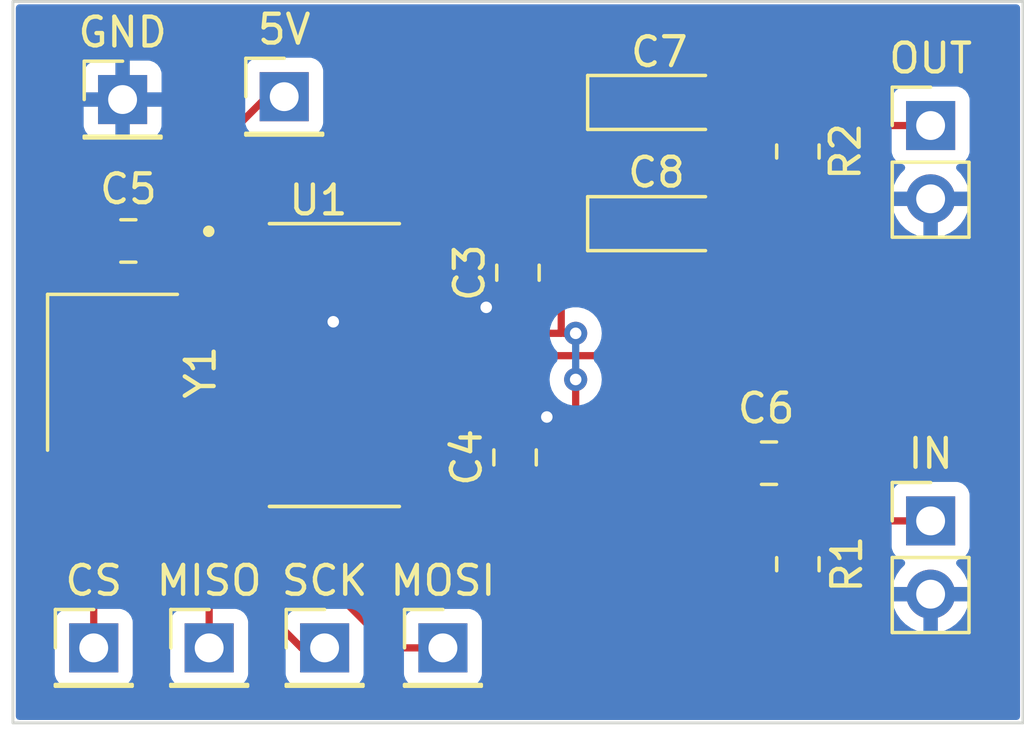
<source format=kicad_pcb>
(kicad_pcb (version 20221018) (generator pcbnew)
  (layers (0 "F.Cu" signal) (31 "B.Cu" signal) (34 "B.Paste" user) (35 "F.Paste" user) (36 "B.SilkS" user "B.Silkscreen") (37 "F.SilkS" user "F.Silkscreen") (38 "B.Mask" user) (39 "F.Mask" user) (44 "Edge.Cuts" user))
  (net 0 "")
  (net 1 "XTAL1")
  (net 2 "GND")
  (net 3 "XTAL2")
  (net 4 "5V")
  (net 5 "Net-(J8-Pin_1)")
  (net 6 "VIN")
  (net 7 "Net-(J9-Pin_1)")
  (net 8 "VOUT")
  (net 9 "Net-(C7-Pad2)")
  (net 13 "SAG")
  (net 15 "MISO")
  (net 16 "MOSI")
  (net 17 "SCK")
  (net 18 "CS")
  (footprint "Connector_PinHeader_2.54mm:PinHeader_1x01_P2.54mm_Vertical" (layer "F.Cu") (at 150.3 99.2)
    (fp_text reference "SCK" (at 0 -2.33) (layer "F.SilkS"))
    (fp_text value "SCK")
    (fp_line (start -1.33 -1.33) (end 0 -1.33) (stroke (width 0.12)) (layer "F.SilkS"))
    (fp_line (start -1.33 0) (end -1.33 -1.33) (stroke (width 0.12)) (layer "F.SilkS"))
    (fp_line (start -1.33 1.27) (end -1.33 1.33) (stroke (width 0.12)) (layer "F.SilkS"))
    (fp_line (start -1.33 1.27) (end 1.33 1.27) (stroke (width 0.12)) (layer "F.SilkS"))
    (fp_line (start -1.33 1.33) (end 1.33 1.33) (stroke (width 0.12)) (layer "F.SilkS"))
    (fp_line (start 1.33 1.27) (end 1.33 1.33) (stroke (width 0.12)) (layer "F.SilkS"))
    (pad "1" thru_hole rect (at 0 0) (size 1.7 1.7) (drill 1) (layers "*.Cu" "*.Mask") (net 17 "SCK"))
  )
  (footprint "Connector_PinHeader_2.54mm:PinHeader_1x01_P2.54mm_Vertical" (layer "F.Cu") (at 142.3 99.2)
    (fp_text reference "CS" (at 0 -2.33) (layer "F.SilkS"))
    (fp_text value "CS")
    (fp_line (start -1.33 -1.33) (end 0 -1.33) (stroke (width 0.12)) (layer "F.SilkS"))
    (fp_line (start -1.33 0) (end -1.33 -1.33) (stroke (width 0.12)) (layer "F.SilkS"))
    (fp_line (start -1.33 1.27) (end -1.33 1.33) (stroke (width 0.12)) (layer "F.SilkS"))
    (fp_line (start -1.33 1.27) (end 1.33 1.27) (stroke (width 0.12)) (layer "F.SilkS"))
    (fp_line (start -1.33 1.33) (end 1.33 1.33) (stroke (width 0.12)) (layer "F.SilkS"))
    (fp_line (start 1.33 1.27) (end 1.33 1.33) (stroke (width 0.12)) (layer "F.SilkS"))
    (pad "1" thru_hole rect (at 0 0) (size 1.7 1.7) (drill 1) (layers "*.Cu" "*.Mask") (net 18 "CS"))
  )
  (footprint "Capacitor_SMD:C_0805_2012Metric_Pad1.18x1.45mm_HandSolder" (layer "F.Cu") (at 156.9 92.6 90)
    (fp_text reference "C4" (at 0 -1.68 90) (layer "F.SilkS"))
    (fp_text value "100nF")
    (fp_line (start -0.261252 -0.735) (end 0.261252 -0.735) (stroke (width 0.12)) (layer "F.SilkS"))
    (fp_line (start -0.261252 0.735) (end 0.261252 0.735) (stroke (width 0.12)) (layer "F.SilkS"))
    (pad "1" smd roundrect (at -1.0375 0 90) (size 1.175 1.45) (layers "F.Cu" "F.Paste" "F.Mask") (roundrect_rratio 0.212766) (net 4 "5V"))
    (pad "2" smd roundrect (at 1.0375 0 90) (size 1.175 1.45) (layers "F.Cu" "F.Paste" "F.Mask") (roundrect_rratio 0.212766) (net 2 "GND"))
  )
  (footprint "Connector_PinHeader_2.54mm:PinHeader_1x01_P2.54mm_Vertical" (layer "F.Cu") (at 146.3 99.2)
    (fp_text reference "MISO" (at 0 -2.33) (layer "F.SilkS"))
    (fp_text value "MISO")
    (fp_line (start -1.33 -1.33) (end 0 -1.33) (stroke (width 0.12)) (layer "F.SilkS"))
    (fp_line (start -1.33 0) (end -1.33 -1.33) (stroke (width 0.12)) (layer "F.SilkS"))
    (fp_line (start -1.33 1.27) (end -1.33 1.33) (stroke (width 0.12)) (layer "F.SilkS"))
    (fp_line (start -1.33 1.27) (end 1.33 1.27) (stroke (width 0.12)) (layer "F.SilkS"))
    (fp_line (start -1.33 1.33) (end 1.33 1.33) (stroke (width 0.12)) (layer "F.SilkS"))
    (fp_line (start 1.33 1.27) (end 1.33 1.33) (stroke (width 0.12)) (layer "F.SilkS"))
    (pad "1" thru_hole rect (at 0 0) (size 1.7 1.7) (drill 1) (layers "*.Cu" "*.Mask") (net 15 "MISO"))
  )
  (footprint "Connector_PinHeader_2.54mm:PinHeader_1x01_P2.54mm_Vertical" (layer "F.Cu") (at 148.9 80.1)
    (fp_text reference "5V" (at 0 -2.33) (layer "F.SilkS"))
    (fp_text value "5V")
    (fp_line (start -1.33 -1.33) (end 0 -1.33) (stroke (width 0.12)) (layer "F.SilkS"))
    (fp_line (start -1.33 0) (end -1.33 -1.33) (stroke (width 0.12)) (layer "F.SilkS"))
    (fp_line (start -1.33 1.27) (end -1.33 1.33) (stroke (width 0.12)) (layer "F.SilkS"))
    (fp_line (start -1.33 1.27) (end 1.33 1.27) (stroke (width 0.12)) (layer "F.SilkS"))
    (fp_line (start -1.33 1.33) (end 1.33 1.33) (stroke (width 0.12)) (layer "F.SilkS"))
    (fp_line (start 1.33 1.27) (end 1.33 1.33) (stroke (width 0.12)) (layer "F.SilkS"))
    (pad "1" thru_hole rect (at 0 0) (size 1.7 1.7) (drill 1) (layers "*.Cu" "*.Mask") (net 4 "5V"))
  )
  (footprint "Connector_PinHeader_2.54mm:PinHeader_1x02_P2.54mm_Vertical" (layer "F.Cu") (at 171.3 81.1)
    (fp_text reference "OUT" (at 0 -2.33) (layer "F.SilkS"))
    (fp_text value "VOUT")
    (fp_line (start -1.33 -1.33) (end 0 -1.33) (stroke (width 0.12)) (layer "F.SilkS"))
    (fp_line (start -1.33 0) (end -1.33 -1.33) (stroke (width 0.12)) (layer "F.SilkS"))
    (fp_line (start -1.33 1.27) (end -1.33 3.87) (stroke (width 0.12)) (layer "F.SilkS"))
    (fp_line (start -1.33 1.27) (end 1.33 1.27) (stroke (width 0.12)) (layer "F.SilkS"))
    (fp_line (start -1.33 3.87) (end 1.33 3.87) (stroke (width 0.12)) (layer "F.SilkS"))
    (fp_line (start 1.33 1.27) (end 1.33 3.87) (stroke (width 0.12)) (layer "F.SilkS"))
    (pad "1" thru_hole rect (at 0 0) (size 1.7 1.7) (drill 1) (layers "*.Cu" "*.Mask") (net 7 "Net-(J9-Pin_1)"))
    (pad "2" thru_hole oval (at 0 2.54) (size 1.7 1.7) (drill 1) (layers "*.Cu" "*.Mask") (net 2 "GND"))
  )
  (footprint "Connector_PinHeader_2.54mm:PinHeader_1x02_P2.54mm_Vertical" (layer "F.Cu") (at 171.3 94.8)
    (fp_text reference "IN" (at 0 -2.33) (layer "F.SilkS"))
    (fp_text value "VIN")
    (fp_line (start -1.33 -1.33) (end 0 -1.33) (stroke (width 0.12)) (layer "F.SilkS"))
    (fp_line (start -1.33 0) (end -1.33 -1.33) (stroke (width 0.12)) (layer "F.SilkS"))
    (fp_line (start -1.33 1.27) (end -1.33 3.87) (stroke (width 0.12)) (layer "F.SilkS"))
    (fp_line (start -1.33 1.27) (end 1.33 1.27) (stroke (width 0.12)) (layer "F.SilkS"))
    (fp_line (start -1.33 3.87) (end 1.33 3.87) (stroke (width 0.12)) (layer "F.SilkS"))
    (fp_line (start 1.33 1.27) (end 1.33 3.87) (stroke (width 0.12)) (layer "F.SilkS"))
    (pad "1" thru_hole rect (at 0 0) (size 1.7 1.7) (drill 1) (layers "*.Cu" "*.Mask") (net 5 "Net-(J8-Pin_1)"))
    (pad "2" thru_hole oval (at 0 2.54) (size 1.7 1.7) (drill 1) (layers "*.Cu" "*.Mask") (net 2 "GND"))
  )
  (footprint "Capacitor_SMD:C_0805_2012Metric_Pad1.18x1.45mm_HandSolder" (layer "F.Cu") (at 157 86.2 90)
    (fp_text reference "C3" (at 0 -1.68 90) (layer "F.SilkS"))
    (fp_text value "100nF")
    (fp_line (start -0.261252 -0.735) (end 0.261252 -0.735) (stroke (width 0.12)) (layer "F.SilkS"))
    (fp_line (start -0.261252 0.735) (end 0.261252 0.735) (stroke (width 0.12)) (layer "F.SilkS"))
    (pad "1" smd roundrect (at -1.0375 0 90) (size 1.175 1.45) (layers "F.Cu" "F.Paste" "F.Mask") (roundrect_rratio 0.212766) (net 2 "GND"))
    (pad "2" smd roundrect (at 1.0375 0 90) (size 1.175 1.45) (layers "F.Cu" "F.Paste" "F.Mask") (roundrect_rratio 0.212766) (net 4 "5V"))
  )
  (footprint "Capacitor_SMD:C_0805_2012Metric_Pad1.18x1.45mm_HandSolder" (layer "F.Cu") (at 165.7 92.8)
    (fp_text reference "C6" (at -0.1 -1.9) (layer "F.SilkS"))
    (fp_text value "100nF")
    (fp_line (start -0.261252 -0.735) (end 0.261252 -0.735) (stroke (width 0.12)) (layer "F.SilkS"))
    (fp_line (start -0.261252 0.735) (end 0.261252 0.735) (stroke (width 0.12)) (layer "F.SilkS"))
    (pad "1" smd roundrect (at -1.0375 0) (size 1.175 1.45) (layers "F.Cu" "F.Paste" "F.Mask") (roundrect_rratio 0.212766) (net 6 "VIN"))
    (pad "2" smd roundrect (at 1.0375 0) (size 1.175 1.45) (layers "F.Cu" "F.Paste" "F.Mask") (roundrect_rratio 0.212766) (net 5 "Net-(J8-Pin_1)"))
  )
  (footprint "Resistor_SMD:R_0805_2012Metric_Pad1.20x1.40mm_HandSolder" (layer "F.Cu") (at 166.7 82 -90)
    (fp_text reference "R2" (at 0 -1.65 90) (layer "F.SilkS"))
    (fp_text value "75")
    (fp_line (start -0.227064 -0.735) (end 0.227064 -0.735) (stroke (width 0.12)) (layer "F.SilkS"))
    (fp_line (start -0.227064 0.735) (end 0.227064 0.735) (stroke (width 0.12)) (layer "F.SilkS"))
    (pad "1" smd roundrect (at -1 0 270) (size 1.2 1.4) (layers "F.Cu" "F.Paste" "F.Mask") (roundrect_rratio 0.208333) (net 9 "Net-(C7-Pad2)"))
    (pad "2" smd roundrect (at 1 0 270) (size 1.2 1.4) (layers "F.Cu" "F.Paste" "F.Mask") (roundrect_rratio 0.208333) (net 7 "Net-(J9-Pin_1)"))
  )
  (footprint "Capacitor_SMD:C_0805_2012Metric_Pad1.18x1.45mm_HandSolder" (layer "F.Cu") (at 143.5 85.1 180)
    (fp_text reference "C5" (at 0 1.8) (layer "F.SilkS"))
    (fp_text value "100nF")
    (fp_line (start -0.261252 -0.735) (end 0.261252 -0.735) (stroke (width 0.12)) (layer "F.SilkS"))
    (fp_line (start -0.261252 0.735) (end 0.261252 0.735) (stroke (width 0.12)) (layer "F.SilkS"))
    (pad "1" smd roundrect (at -1.0375 0 180) (size 1.175 1.45) (layers "F.Cu" "F.Paste" "F.Mask") (roundrect_rratio 0.212766) (net 4 "5V"))
    (pad "2" smd roundrect (at 1.0375 0 180) (size 1.175 1.45) (layers "F.Cu" "F.Paste" "F.Mask") (roundrect_rratio 0.212766) (net 2 "GND"))
  )
  (footprint "Crystal:Crystal_SMD_3225-4Pin_3.2x2.5mm_HandSoldering" (layer "F.Cu") (at 142.95 89.65 -90)
    (fp_text reference "Y1" (at 0 -3.05 90) (layer "F.SilkS"))
    (fp_text value "27MHZ")
    (fp_line (start -2.7 -2.25) (end -2.7 2.25) (stroke (width 0.12)) (layer "F.SilkS"))
    (fp_line (start -2.7 2.25) (end 2.7 2.25) (stroke (width 0.12)) (layer "F.SilkS"))
    (pad "1" smd rect (at -1.45 1.15 270) (size 2.1 1.8) (layers "F.Cu" "F.Paste" "F.Mask") (net 1 "XTAL1"))
    (pad "2" smd rect (at 1.45 1.15 270) (size 2.1 1.8) (layers "F.Cu" "F.Paste" "F.Mask"))
    (pad "3" smd rect (at 1.45 -1.15 270) (size 2.1 1.8) (layers "F.Cu" "F.Paste" "F.Mask") (net 3 "XTAL2"))
    (pad "4" smd rect (at -1.45 -1.15 270) (size 2.1 1.8) (layers "F.Cu" "F.Paste" "F.Mask"))
  )
  (footprint "Capacitor_Tantalum_SMD:CP_EIA-3216-18_Kemet-A_Pad1.58x1.35mm_HandSolder" (layer "F.Cu") (at 161.9 80.3)
    (fp_text reference "C7" (at 0 -1.75) (layer "F.SilkS"))
    (fp_text value "47uF")
    (fp_line (start -2.485 -0.935) (end -2.485 0.935) (stroke (width 0.12)) (layer "F.SilkS"))
    (fp_line (start -2.485 0.935) (end 1.6 0.935) (stroke (width 0.12)) (layer "F.SilkS"))
    (fp_line (start 1.6 -0.935) (end -2.485 -0.935) (stroke (width 0.12)) (layer "F.SilkS"))
    (pad "1" smd roundrect (at -1.4375 0) (size 1.575 1.35) (layers "F.Cu" "F.Paste" "F.Mask") (roundrect_rratio 0.185185) (net 8 "VOUT"))
    (pad "2" smd roundrect (at 1.4375 0) (size 1.575 1.35) (layers "F.Cu" "F.Paste" "F.Mask") (roundrect_rratio 0.185185) (net 9 "Net-(C7-Pad2)"))
  )
  (footprint "Resistor_SMD:R_0805_2012Metric_Pad1.20x1.40mm_HandSolder" (layer "F.Cu") (at 166.7 96.3 90)
    (fp_text reference "R1" (at 0 1.7 90) (layer "F.SilkS"))
    (fp_text value "75")
    (fp_line (start -0.227064 -0.735) (end 0.227064 -0.735) (stroke (width 0.12)) (layer "F.SilkS"))
    (fp_line (start -0.227064 0.735) (end 0.227064 0.735) (stroke (width 0.12)) (layer "F.SilkS"))
    (pad "1" smd roundrect (at -1 0 90) (size 1.2 1.4) (layers "F.Cu" "F.Paste" "F.Mask") (roundrect_rratio 0.208333) (net 2 "GND"))
    (pad "2" smd roundrect (at 1 0 90) (size 1.2 1.4) (layers "F.Cu" "F.Paste" "F.Mask") (roundrect_rratio 0.208333) (net 5 "Net-(J8-Pin_1)"))
  )
  (footprint "MAX7456:SOP65P637X110-28N" (layer "F.Cu") (at 150.64 89.4)
    (fp_text reference "U1" (at -0.555 -5.712) (layer "F.SilkS"))
    (fp_text value "MAX7456EUI+")
    (fp_line (start -2.25 -4.9) (end 2.25 -4.9) (stroke (width 0.127)) (layer "F.SilkS"))
    (fp_line (start -2.25 4.9) (end 2.25 4.9) (stroke (width 0.127)) (layer "F.SilkS"))
    (fp_circle (center -4.355 -4.635) (end -4.255 -4.635) (stroke (width 0.2)) (fill none) (layer "F.SilkS"))
    (pad "1" smd roundrect (at -2.875 -4.225) (size 1.48 0.41) (layers "F.Cu" "F.Paste" "F.Mask") (roundrect_rratio 0.05))
    (pad "2" smd roundrect (at -2.875 -3.575) (size 1.48 0.41) (layers "F.Cu" "F.Paste" "F.Mask") (roundrect_rratio 0.05))
    (pad "3" smd roundrect (at -2.875 -2.925) (size 1.48 0.41) (layers "F.Cu" "F.Paste" "F.Mask") (roundrect_rratio 0.05) (net 4 "5V"))
    (pad "4" smd roundrect (at -2.875 -2.275) (size 1.48 0.41) (layers "F.Cu" "F.Paste" "F.Mask") (roundrect_rratio 0.05) (net 2 "GND"))
    (pad "5" smd roundrect (at -2.875 -1.625) (size 1.48 0.41) (layers "F.Cu" "F.Paste" "F.Mask") (roundrect_rratio 0.05) (net 1 "XTAL1"))
    (pad "6" smd roundrect (at -2.875 -0.975) (size 1.48 0.41) (layers "F.Cu" "F.Paste" "F.Mask") (roundrect_rratio 0.05) (net 3 "XTAL2"))
    (pad "7" smd roundrect (at -2.875 -0.325) (size 1.48 0.41) (layers "F.Cu" "F.Paste" "F.Mask") (roundrect_rratio 0.05))
    (pad "8" smd roundrect (at -2.875 0.325) (size 1.48 0.41) (layers "F.Cu" "F.Paste" "F.Mask") (roundrect_rratio 0.05) (net 18 "CS"))
    (pad "9" smd roundrect (at -2.875 0.975) (size 1.48 0.41) (layers "F.Cu" "F.Paste" "F.Mask") (roundrect_rratio 0.05) (net 15 "MISO"))
    (pad "10" smd roundrect (at -2.875 1.625) (size 1.48 0.41) (layers "F.Cu" "F.Paste" "F.Mask") (roundrect_rratio 0.05) (net 17 "SCK"))
    (pad "11" smd roundrect (at -2.875 2.275) (size 1.48 0.41) (layers "F.Cu" "F.Paste" "F.Mask") (roundrect_rratio 0.05) (net 16 "MOSI"))
    (pad "12" smd roundrect (at -2.875 2.925) (size 1.48 0.41) (layers "F.Cu" "F.Paste" "F.Mask") (roundrect_rratio 0.05))
    (pad "13" smd roundrect (at -2.875 3.575) (size 1.48 0.41) (layers "F.Cu" "F.Paste" "F.Mask") (roundrect_rratio 0.05))
    (pad "14" smd roundrect (at -2.875 4.225) (size 1.48 0.41) (layers "F.Cu" "F.Paste" "F.Mask") (roundrect_rratio 0.05))
    (pad "15" smd roundrect (at 2.875 4.225) (size 1.48 0.41) (layers "F.Cu" "F.Paste" "F.Mask") (roundrect_rratio 0.05))
    (pad "16" smd roundrect (at 2.875 3.575) (size 1.48 0.41) (layers "F.Cu" "F.Paste" "F.Mask") (roundrect_rratio 0.05))
    (pad "17" smd roundrect (at 2.875 2.925) (size 1.48 0.41) (layers "F.Cu" "F.Paste" "F.Mask") (roundrect_rratio 0.05))
    (pad "18" smd roundrect (at 2.875 2.275) (size 1.48 0.41) (layers "F.Cu" "F.Paste" "F.Mask") (roundrect_rratio 0.05))
    (pad "19" smd roundrect (at 2.875 1.625) (size 1.48 0.41) (layers "F.Cu" "F.Paste" "F.Mask") (roundrect_rratio 0.05) (net 4 "5V"))
    (pad "20" smd roundrect (at 2.875 0.975) (size 1.48 0.41) (layers "F.Cu" "F.Paste" "F.Mask") (roundrect_rratio 0.05) (net 2 "GND"))
    (pad "21" smd roundrect (at 2.875 0.325) (size 1.48 0.41) (layers "F.Cu" "F.Paste" "F.Mask") (roundrect_rratio 0.05) (net 4 "5V"))
    (pad "22" smd roundrect (at 2.875 -0.325) (size 1.48 0.41) (layers "F.Cu" "F.Paste" "F.Mask") (roundrect_rratio 0.05) (net 6 "VIN"))
    (pad "23" smd roundrect (at 2.875 -0.975) (size 1.48 0.41) (layers "F.Cu" "F.Paste" "F.Mask") (roundrect_rratio 0.05) (net 2 "GND"))
    (pad "24" smd roundrect (at 2.875 -1.625) (size 1.48 0.41) (layers "F.Cu" "F.Paste" "F.Mask") (roundrect_rratio 0.05) (net 4 "5V"))
    (pad "25" smd roundrect (at 2.875 -2.275) (size 1.48 0.41) (layers "F.Cu" "F.Paste" "F.Mask") (roundrect_rratio 0.05) (net 13 "SAG"))
    (pad "26" smd roundrect (at 2.875 -2.925) (size 1.48 0.41) (layers "F.Cu" "F.Paste" "F.Mask") (roundrect_rratio 0.05) (net 8 "VOUT"))
    (pad "27" smd roundrect (at 2.875 -3.575) (size 1.48 0.41) (layers "F.Cu" "F.Paste" "F.Mask") (roundrect_rratio 0.05))
    (pad "28" smd roundrect (at 2.875 -4.225) (size 1.48 0.41) (layers "F.Cu" "F.Paste" "F.Mask") (roundrect_rratio 0.05))
  )
  (footprint "Connector_PinHeader_2.54mm:PinHeader_1x01_P2.54mm_Vertical" (layer "F.Cu") (at 143.3 80.2)
    (fp_text reference "GND" (at 0 -2.33) (layer "F.SilkS"))
    (fp_text value "GND")
    (fp_line (start -1.33 -1.33) (end 0 -1.33) (stroke (width 0.12)) (layer "F.SilkS"))
    (fp_line (start -1.33 0) (end -1.33 -1.33) (stroke (width 0.12)) (layer "F.SilkS"))
    (fp_line (start -1.33 1.27) (end -1.33 1.33) (stroke (width 0.12)) (layer "F.SilkS"))
    (fp_line (start -1.33 1.27) (end 1.33 1.27) (stroke (width 0.12)) (layer "F.SilkS"))
    (fp_line (start -1.33 1.33) (end 1.33 1.33) (stroke (width 0.12)) (layer "F.SilkS"))
    (fp_line (start 1.33 1.27) (end 1.33 1.33) (stroke (width 0.12)) (layer "F.SilkS"))
    (pad "1" thru_hole rect (at 0 0) (size 1.7 1.7) (drill 1) (layers "*.Cu" "*.Mask") (net 2 "GND"))
  )
  (footprint "Connector_PinHeader_2.54mm:PinHeader_1x01_P2.54mm_Vertical" (layer "F.Cu") (at 154.4 99.2)
    (fp_text reference "MOSI" (at 0 -2.33) (layer "F.SilkS"))
    (fp_text value "MOSI")
    (fp_line (start -1.33 -1.33) (end 0 -1.33) (stroke (width 0.12)) (layer "F.SilkS"))
    (fp_line (start -1.33 0) (end -1.33 -1.33) (stroke (width 0.12)) (layer "F.SilkS"))
    (fp_line (start -1.33 1.27) (end -1.33 1.33) (stroke (width 0.12)) (layer "F.SilkS"))
    (fp_line (start -1.33 1.27) (end 1.33 1.27) (stroke (width 0.12)) (layer "F.SilkS"))
    (fp_line (start -1.33 1.33) (end 1.33 1.33) (stroke (width 0.12)) (layer "F.SilkS"))
    (fp_line (start 1.33 1.27) (end 1.33 1.33) (stroke (width 0.12)) (layer "F.SilkS"))
    (pad "1" thru_hole rect (at 0 0) (size 1.7 1.7) (drill 1) (layers "*.Cu" "*.Mask") (net 16 "MOSI"))
  )
  (footprint "Capacitor_Tantalum_SMD:CP_EIA-3216-18_Kemet-A_Pad1.58x1.35mm_HandSolder" (layer "F.Cu") (at 161.9 84.5)
    (fp_text reference "C8" (at -0.1 -1.775) (layer "F.SilkS"))
    (fp_text value "47uF")
    (fp_line (start -2.485 -0.935) (end -2.485 0.935) (stroke (width 0.12)) (layer "F.SilkS"))
    (fp_line (start -2.485 0.935) (end 1.6 0.935) (stroke (width 0.12)) (layer "F.SilkS"))
    (fp_line (start 1.6 -0.935) (end -2.485 -0.935) (stroke (width 0.12)) (layer "F.SilkS"))
    (pad "1" smd roundrect (at -1.4375 0) (size 1.575 1.35) (layers "F.Cu" "F.Paste" "F.Mask") (roundrect_rratio 0.185185) (net 13 "SAG"))
    (pad "2" smd roundrect (at 1.4375 0) (size 1.575 1.35) (layers "F.Cu" "F.Paste" "F.Mask") (roundrect_rratio 0.185185) (net 9 "Net-(C7-Pad2)"))
  )
  (gr_rect (start 139.5 76.8) (end 174.5 101.8) (stroke (width 0.1)) (fill none) (layer "Edge.Cuts"))
  (segment (start 145.2 86.7) (end 146.275 87.775) (width 0.25) (layer "F.Cu") (net 1))
  (segment (start 146.275 87.775) (end 147.765 87.775) (width 0.25) (layer "F.Cu") (net 1))
  (segment (start 141.8 88.2) (end 141.8 88.05) (width 0.25) (layer "F.Cu") (net 1))
  (segment (start 141.8 88.05) (end 143.15 86.7) (width 0.25) (layer "F.Cu") (net 1))
  (segment (start 143.15 86.7) (end 145.2 86.7) (width 0.25) (layer "F.Cu") (net 1))
  (segment (start 143.3 84.2625) (end 143.3 80.2) (width 0.25) (layer "F.Cu") (net 2))
  (segment (start 156.0625 87.2375) (end 155.9 87.4) (width 0.25) (layer "F.Cu") (net 2))
  (segment (start 156.9 91.5625) (end 157.6375 91.5625) (width 0.25) (layer "F.Cu") (net 2))
  (segment (start 152.772389 90.375) (end 150.6 88.202611) (width 0.25) (layer "F.Cu") (net 2))
  (segment (start 157 87.2375) (end 156.0625 87.2375) (width 0.25) (layer "F.Cu") (net 2))
  (segment (start 142.4625 85.1) (end 143.3 84.2625) (width 0.25) (layer "F.Cu") (net 2))
  (segment (start 147.765 87.125) (end 149.825 87.125) (width 0.25) (layer "F.Cu") (net 2))
  (segment (start 153.515 90.375) (end 152.772389 90.375) (width 0.25) (layer "F.Cu") (net 2))
  (segment (start 166.74 97.34) (end 166.7 97.3) (width 0.25) (layer "F.Cu") (net 2))
  (segment (start 171.3 97.34) (end 166.74 97.34) (width 0.25) (layer "F.Cu") (net 2))
  (segment (start 150.6 88.202611) (end 150.6 87.9) (width 0.25) (layer "F.Cu") (net 2))
  (segment (start 149.825 87.125) (end 150.6 87.9) (width 0.25) (layer "F.Cu") (net 2))
  (segment (start 151.125 88.425) (end 150.6 87.9) (width 0.25) (layer "F.Cu") (net 2))
  (segment (start 157.6375 91.5625) (end 158 91.2) (width 0.25) (layer "F.Cu") (net 2))
  (segment (start 153.515 88.425) (end 151.125 88.425) (width 0.25) (layer "F.Cu") (net 2))
  (via (at 150.6 87.9) (size 0.8) (drill 0.4) (layers "F.Cu" "B.Cu") (net 2))
  (via (at 155.9 87.4) (size 0.8) (drill 0.4) (layers "F.Cu" "B.Cu") (net 2))
  (via (at 158 91.2) (size 0.8) (drill 0.4) (layers "F.Cu" "B.Cu") (net 2))
  (segment (start 155.9 87.4) (end 151.1 87.4) (width 0.25) (layer "B.Cu") (net 2))
  (segment (start 151.1 87.4) (end 150.6 87.9) (width 0.25) (layer "B.Cu") (net 2))
  (segment (start 145.6 89.6) (end 145.6 88.4) (width 0.25) (layer "F.Cu") (net 3))
  (segment (start 147.74 88.4) (end 147.765 88.425) (width 0.25) (layer "F.Cu") (net 3))
  (segment (start 144.1 91.1) (end 145.6 89.6) (width 0.25) (layer "F.Cu") (net 3))
  (segment (start 145.6 88.4) (end 147.74 88.4) (width 0.25) (layer "F.Cu") (net 3))
  (segment (start 158.0625 85.1625) (end 158.5 85.6) (width 0.25) (layer "F.Cu") (net 4))
  (segment (start 159 93.1) (end 159 89.9) (width 0.25) (layer "F.Cu") (net 4))
  (segment (start 159 88.3) (end 158.6 88.3) (width 0.25) (layer "F.Cu") (net 4))
  (segment (start 154.782611 88.3) (end 154.257611 87.775) (width 0.25) (layer "F.Cu") (net 4))
  (segment (start 148.3 80.1) (end 148.9 80.1) (width 0.25) (layer "F.Cu") (net 4))
  (segment (start 158.4625 93.6375) (end 159 93.1) (width 0.25) (layer "F.Cu") (net 4))
  (segment (start 157 85.1625) (end 158.0625 85.1625) (width 0.25) (layer "F.Cu") (net 4))
  (segment (start 152.772389 87.775) (end 151.472389 86.475) (width 0.25) (layer "F.Cu") (net 4))
  (segment (start 154.325 89.725) (end 155.65 91.05) (width 0.25) (layer "F.Cu") (net 4))
  (segment (start 155.65 91.05) (end 155.65 93.25) (width 0.25) (layer "F.Cu") (net 4))
  (segment (start 158.6 88.3) (end 158.5 88.2) (width 0.25) (layer "F.Cu") (net 4))
  (segment (start 158.5 88.3) (end 154.782611 88.3) (width 0.25) (layer "F.Cu") (net 4))
  (segment (start 147.765 86.475) (end 145.9125 86.475) (width 0.25) (layer "F.Cu") (net 4))
  (segment (start 153.515 91.025) (end 155.625 91.025) (width 0.25) (layer "F.Cu") (net 4))
  (segment (start 158.5 85.6) (end 158.5 88.2) (width 0.25) (layer "F.Cu") (net 4))
  (segment (start 144.5375 85.1) (end 144.5375 83.8625) (width 0.25) (layer "F.Cu") (net 4))
  (segment (start 153.515 89.725) (end 154.325 89.725) (width 0.25) (layer "F.Cu") (net 4))
  (segment (start 145.9125 86.475) (end 144.5375 85.1) (width 0.25) (layer "F.Cu") (net 4))
  (segment (start 154.257611 87.775) (end 153.515 87.775) (width 0.25) (layer "F.Cu") (net 4))
  (segment (start 156.0375 93.6375) (end 155.65 93.25) (width 0.25) (layer "F.Cu") (net 4))
  (segment (start 151.472389 86.475) (end 147.765 86.475) (width 0.25) (layer "F.Cu") (net 4))
  (segment (start 156.9 93.6375) (end 158.4625 93.6375) (width 0.25) (layer "F.Cu") (net 4))
  (segment (start 156.9 93.6375) (end 156.0375 93.6375) (width 0.25) (layer "F.Cu") (net 4))
  (segment (start 153.515 87.775) (end 152.772389 87.775) (width 0.25) (layer "F.Cu") (net 4))
  (segment (start 158.5 88.2) (end 158.5 88.3) (width 0.25) (layer "F.Cu") (net 4))
  (segment (start 155.625 91.025) (end 155.65 91.05) (width 0.25) (layer "F.Cu") (net 4))
  (segment (start 144.5375 83.8625) (end 148.3 80.1) (width 0.25) (layer "F.Cu") (net 4))
  (via (at 159 89.9) (size 0.8) (drill 0.4) (layers "F.Cu" "B.Cu") (net 4))
  (via (at 159 88.3) (size 0.8) (drill 0.4) (layers "F.Cu" "B.Cu") (net 4))
  (segment (start 159 89.9) (end 159 88.3) (width 0.25) (layer "B.Cu") (net 4))
  (segment (start 167.2 94.8) (end 166.7 95.3) (width 0.25) (layer "F.Cu") (net 5))
  (segment (start 166.7375 95.2625) (end 166.7 95.3) (width 0.25) (layer "F.Cu") (net 5))
  (segment (start 166.7375 92.8) (end 166.7375 95.2625) (width 0.25) (layer "F.Cu") (net 5))
  (segment (start 171.3 94.8) (end 167.2 94.8) (width 0.25) (layer "F.Cu") (net 5))
  (segment (start 153.515 89.075) (end 163.675 89.075) (width 0.25) (layer "F.Cu") (net 6))
  (segment (start 164.6625 90.0625) (end 164.6625 92.8) (width 0.25) (layer "F.Cu") (net 6))
  (segment (start 163.675 89.075) (end 164.6625 90.0625) (width 0.25) (layer "F.Cu") (net 6))
  (segment (start 168.6 81.1) (end 166.7 83) (width 0.25) (layer "F.Cu") (net 7))
  (segment (start 171.3 81.1) (end 168.6 81.1) (width 0.25) (layer "F.Cu") (net 7))
  (segment (start 154.257611 86.475) (end 154.8 85.932611) (width 0.25) (layer "F.Cu") (net 8))
  (segment (start 154.8 82.9) (end 157.4 80.3) (width 0.25) (layer "F.Cu") (net 8))
  (segment (start 157.4 80.3) (end 160.4625 80.3) (width 0.25) (layer "F.Cu") (net 8))
  (segment (start 153.515 86.475) (end 154.257611 86.475) (width 0.25) (layer "F.Cu") (net 8))
  (segment (start 154.8 85.932611) (end 154.8 82.9) (width 0.25) (layer "F.Cu") (net 8))
  (segment (start 163.3375 84.5) (end 163.3375 80.3) (width 0.25) (layer "F.Cu") (net 9))
  (segment (start 166.7 81) (end 166 80.3) (width 0.25) (layer "F.Cu") (net 9))
  (segment (start 166 80.3) (end 163.3375 80.3) (width 0.25) (layer "F.Cu") (net 9))
  (segment (start 153.515 87.125) (end 154.257611 87.125) (width 0.25) (layer "F.Cu") (net 13))
  (segment (start 155.6 85.782611) (end 155.6 84.6) (width 0.25) (layer "F.Cu") (net 13))
  (segment (start 154.257611 87.125) (end 155.6 85.782611) (width 0.25) (layer "F.Cu") (net 13))
  (segment (start 155.6 84.6) (end 156.4 83.8) (width 0.25) (layer "F.Cu") (net 13))
  (segment (start 159.7625 83.8) (end 160.4625 84.5) (width 0.25) (layer "F.Cu") (net 13))
  (segment (start 156.4 83.8) (end 159.7625 83.8) (width 0.25) (layer "F.Cu") (net 13))
  (segment (start 147.765 90.375) (end 146.325 90.375) (width 0.25) (layer "F.Cu") (net 15))
  (segment (start 146.3 97.8) (end 146.3 99.2) (width 0.25) (layer "F.Cu") (net 15))
  (segment (start 144.8 93.736396) (end 144.8 96.3) (width 0.25) (layer "F.Cu") (net 15))
  (segment (start 144.8 96.3) (end 146.3 97.8) (width 0.25) (layer "F.Cu") (net 15))
  (segment (start 146 90.7) (end 146 92.536396) (width 0.25) (layer "F.Cu") (net 15))
  (segment (start 146.325 90.375) (end 146 90.7) (width 0.25) (layer "F.Cu") (net 15))
  (segment (start 146 92.536396) (end 144.8 93.736396) (width 0.25) (layer "F.Cu") (net 15))
  (segment (start 147.765 91.675) (end 148.507611 91.675) (width 0.25) (layer "F.Cu") (net 16))
  (segment (start 150 96.6) (end 152.6 99.2) (width 0.25) (layer "F.Cu") (net 16))
  (segment (start 148.507611 91.675) (end 150 93.167389) (width 0.25) (layer "F.Cu") (net 16))
  (segment (start 150 93.167389) (end 150 96.6) (width 0.25) (layer "F.Cu") (net 16))
  (segment (start 152.6 99.2) (end 154.4 99.2) (width 0.25) (layer "F.Cu") (net 16))
  (segment (start 149.5 99.2) (end 150.3 99.2) (width 0.25) (layer "F.Cu") (net 17))
  (segment (start 146.45 91.05) (end 146.45 96.15) (width 0.25) (layer "F.Cu") (net 17))
  (segment (start 146.475 91.025) (end 146.45 91.05) (width 0.25) (layer "F.Cu") (net 17))
  (segment (start 146.45 96.15) (end 149.5 99.2) (width 0.25) (layer "F.Cu") (net 17))
  (segment (start 147.765 91.025) (end 146.475 91.025) (width 0.25) (layer "F.Cu") (net 17))
  (segment (start 147.765 89.725) (end 146.175 89.725) (width 0.25) (layer "F.Cu") (net 18))
  (segment (start 146.175 89.725) (end 145.5 90.4) (width 0.25) (layer "F.Cu") (net 18))
  (segment (start 145.5 90.4) (end 145.5 92.4) (width 0.25) (layer "F.Cu") (net 18))
  (segment (start 145.5 92.4) (end 144.1 93.8) (width 0.25) (layer "F.Cu") (net 18))
  (segment (start 142.6 93.8) (end 142.3 94.1) (width 0.25) (layer "F.Cu") (net 18))
  (segment (start 144.1 93.8) (end 142.6 93.8) (width 0.25) (layer "F.Cu") (net 18))
  (segment (start 142.3 94.1) (end 142.3 99.2) (width 0.25) (layer "F.Cu") (net 18))
  (zone (net 2) (net_name "GND") (layer "B.Cu") (connect_pads (clearance 0.5)) (min_thickness 0.25) (fill yes (thermal_gap 0.5) (thermal_bridge_width 0.5))
    (polygon (pts (xy 139.6 76.9) (xy 174.4 76.9) (xy 174.4 101.7) (xy 139.6 101.7)))
  )
)
</source>
